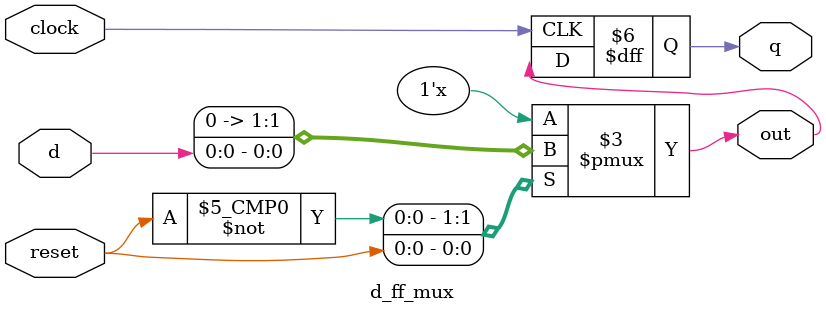
<source format=v>
module d_ff_mux( input d,input clock,input reset,output reg out,output reg q); 
   always @(*)
   begin
    case(reset)
      1'b0:out=0;
      1'b1:out=d;
    endcase
  end
    always @ (posedge clock)
     begin
       q<=out;
     end
  endmodule
</source>
